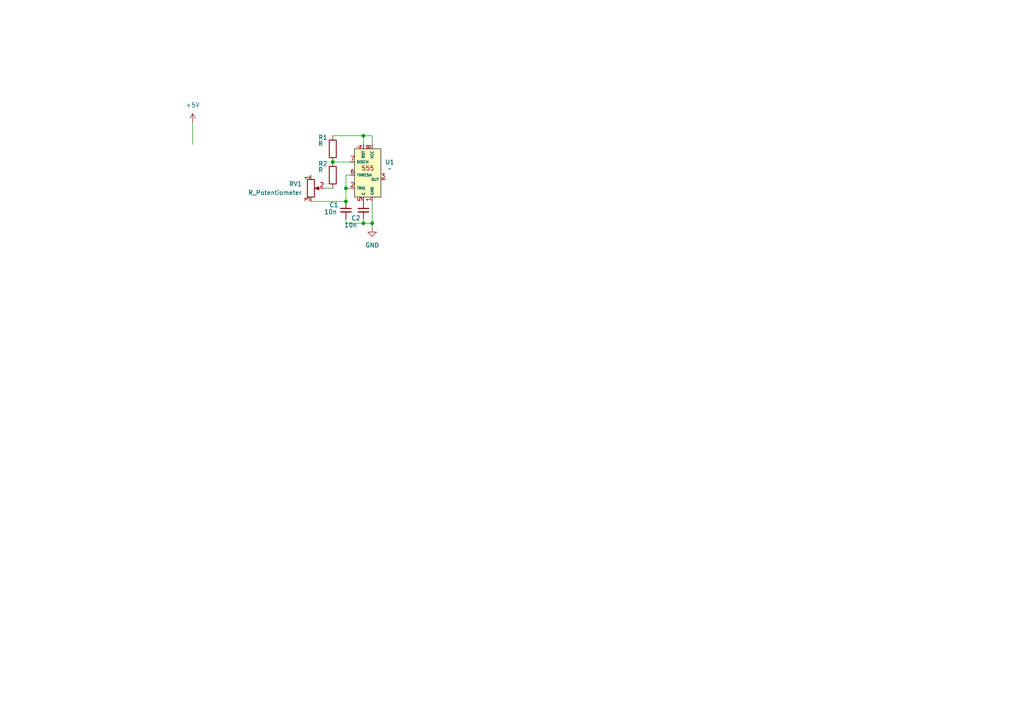
<source format=kicad_sch>
(kicad_sch
	(version 20231120)
	(generator "eeschema")
	(generator_version "8.0")
	(uuid "3a878706-5a60-4dde-8291-ff70b1296b89")
	(paper "A4")
	(lib_symbols
		(symbol "Device:C_Small"
			(pin_numbers hide)
			(pin_names
				(offset 0.254) hide)
			(exclude_from_sim no)
			(in_bom yes)
			(on_board yes)
			(property "Reference" "C"
				(at 0.254 1.778 0)
				(effects
					(font
						(size 1.27 1.27)
					)
					(justify left)
				)
			)
			(property "Value" "C_Small"
				(at 0.254 -2.032 0)
				(effects
					(font
						(size 1.27 1.27)
					)
					(justify left)
				)
			)
			(property "Footprint" ""
				(at 0 0 0)
				(effects
					(font
						(size 1.27 1.27)
					)
					(hide yes)
				)
			)
			(property "Datasheet" "~"
				(at 0 0 0)
				(effects
					(font
						(size 1.27 1.27)
					)
					(hide yes)
				)
			)
			(property "Description" "Unpolarized capacitor, small symbol"
				(at 0 0 0)
				(effects
					(font
						(size 1.27 1.27)
					)
					(hide yes)
				)
			)
			(property "ki_keywords" "capacitor cap"
				(at 0 0 0)
				(effects
					(font
						(size 1.27 1.27)
					)
					(hide yes)
				)
			)
			(property "ki_fp_filters" "C_*"
				(at 0 0 0)
				(effects
					(font
						(size 1.27 1.27)
					)
					(hide yes)
				)
			)
			(symbol "C_Small_0_1"
				(polyline
					(pts
						(xy -1.524 -0.508) (xy 1.524 -0.508)
					)
					(stroke
						(width 0.3302)
						(type default)
					)
					(fill
						(type none)
					)
				)
				(polyline
					(pts
						(xy -1.524 0.508) (xy 1.524 0.508)
					)
					(stroke
						(width 0.3048)
						(type default)
					)
					(fill
						(type none)
					)
				)
			)
			(symbol "C_Small_1_1"
				(pin passive line
					(at 0 2.54 270)
					(length 2.032)
					(name "~"
						(effects
							(font
								(size 1.27 1.27)
							)
						)
					)
					(number "1"
						(effects
							(font
								(size 1.27 1.27)
							)
						)
					)
				)
				(pin passive line
					(at 0 -2.54 90)
					(length 2.032)
					(name "~"
						(effects
							(font
								(size 1.27 1.27)
							)
						)
					)
					(number "2"
						(effects
							(font
								(size 1.27 1.27)
							)
						)
					)
				)
			)
		)
		(symbol "Device:R"
			(pin_numbers hide)
			(pin_names
				(offset 0)
			)
			(exclude_from_sim no)
			(in_bom yes)
			(on_board yes)
			(property "Reference" "R"
				(at 2.032 0 90)
				(effects
					(font
						(size 1.27 1.27)
					)
				)
			)
			(property "Value" "R"
				(at 0 0 90)
				(effects
					(font
						(size 1.27 1.27)
					)
				)
			)
			(property "Footprint" ""
				(at -1.778 0 90)
				(effects
					(font
						(size 1.27 1.27)
					)
					(hide yes)
				)
			)
			(property "Datasheet" "~"
				(at 0 0 0)
				(effects
					(font
						(size 1.27 1.27)
					)
					(hide yes)
				)
			)
			(property "Description" "Resistor"
				(at 0 0 0)
				(effects
					(font
						(size 1.27 1.27)
					)
					(hide yes)
				)
			)
			(property "ki_keywords" "R res resistor"
				(at 0 0 0)
				(effects
					(font
						(size 1.27 1.27)
					)
					(hide yes)
				)
			)
			(property "ki_fp_filters" "R_*"
				(at 0 0 0)
				(effects
					(font
						(size 1.27 1.27)
					)
					(hide yes)
				)
			)
			(symbol "R_0_1"
				(rectangle
					(start -1.016 -2.54)
					(end 1.016 2.54)
					(stroke
						(width 0.254)
						(type default)
					)
					(fill
						(type none)
					)
				)
			)
			(symbol "R_1_1"
				(pin passive line
					(at 0 3.81 270)
					(length 1.27)
					(name "~"
						(effects
							(font
								(size 1.27 1.27)
							)
						)
					)
					(number "1"
						(effects
							(font
								(size 1.27 1.27)
							)
						)
					)
				)
				(pin passive line
					(at 0 -3.81 90)
					(length 1.27)
					(name "~"
						(effects
							(font
								(size 1.27 1.27)
							)
						)
					)
					(number "2"
						(effects
							(font
								(size 1.27 1.27)
							)
						)
					)
				)
			)
		)
		(symbol "Device:R_Potentiometer"
			(pin_names
				(offset 1.016) hide)
			(exclude_from_sim no)
			(in_bom yes)
			(on_board yes)
			(property "Reference" "RV"
				(at -4.445 0 90)
				(effects
					(font
						(size 1.27 1.27)
					)
				)
			)
			(property "Value" "R_Potentiometer"
				(at -2.54 0 90)
				(effects
					(font
						(size 1.27 1.27)
					)
				)
			)
			(property "Footprint" ""
				(at 0 0 0)
				(effects
					(font
						(size 1.27 1.27)
					)
					(hide yes)
				)
			)
			(property "Datasheet" "~"
				(at 0 0 0)
				(effects
					(font
						(size 1.27 1.27)
					)
					(hide yes)
				)
			)
			(property "Description" "Potentiometer"
				(at 0 0 0)
				(effects
					(font
						(size 1.27 1.27)
					)
					(hide yes)
				)
			)
			(property "ki_keywords" "resistor variable"
				(at 0 0 0)
				(effects
					(font
						(size 1.27 1.27)
					)
					(hide yes)
				)
			)
			(property "ki_fp_filters" "Potentiometer*"
				(at 0 0 0)
				(effects
					(font
						(size 1.27 1.27)
					)
					(hide yes)
				)
			)
			(symbol "R_Potentiometer_0_1"
				(polyline
					(pts
						(xy 2.54 0) (xy 1.524 0)
					)
					(stroke
						(width 0)
						(type default)
					)
					(fill
						(type none)
					)
				)
				(polyline
					(pts
						(xy 1.143 0) (xy 2.286 0.508) (xy 2.286 -0.508) (xy 1.143 0)
					)
					(stroke
						(width 0)
						(type default)
					)
					(fill
						(type outline)
					)
				)
				(rectangle
					(start 1.016 2.54)
					(end -1.016 -2.54)
					(stroke
						(width 0.254)
						(type default)
					)
					(fill
						(type none)
					)
				)
			)
			(symbol "R_Potentiometer_1_1"
				(pin passive line
					(at 0 3.81 270)
					(length 1.27)
					(name "1"
						(effects
							(font
								(size 1.27 1.27)
							)
						)
					)
					(number "1"
						(effects
							(font
								(size 1.27 1.27)
							)
						)
					)
				)
				(pin passive line
					(at 3.81 0 180)
					(length 1.27)
					(name "2"
						(effects
							(font
								(size 1.27 1.27)
							)
						)
					)
					(number "2"
						(effects
							(font
								(size 1.27 1.27)
							)
						)
					)
				)
				(pin passive line
					(at 0 -3.81 90)
					(length 1.27)
					(name "3"
						(effects
							(font
								(size 1.27 1.27)
							)
						)
					)
					(number "3"
						(effects
							(font
								(size 1.27 1.27)
							)
						)
					)
				)
			)
		)
		(symbol "clock:NE555P"
			(exclude_from_sim no)
			(in_bom yes)
			(on_board yes)
			(property "Reference" "U"
				(at 2.54 1.016 0)
				(effects
					(font
						(size 1.27 1.27)
					)
				)
			)
			(property "Value" ""
				(at 0 0 0)
				(effects
					(font
						(size 1.27 1.27)
					)
				)
			)
			(property "Footprint" ""
				(at 0 0 0)
				(effects
					(font
						(size 1.27 1.27)
					)
					(hide yes)
				)
			)
			(property "Datasheet" ""
				(at 0 0 0)
				(effects
					(font
						(size 1.27 1.27)
					)
					(hide yes)
				)
			)
			(property "Description" ""
				(at 0 0 0)
				(effects
					(font
						(size 1.27 1.27)
					)
					(hide yes)
				)
			)
			(symbol "NE555P_1_1"
				(rectangle
					(start -5.08 -1.27)
					(end 2.54 -15.24)
					(stroke
						(width 0)
						(type default)
						(color 0 0 0 1)
					)
					(fill
						(type background)
					)
				)
				(text "555"
					(at -1.27 -6.858 0)
					(effects
						(font
							(size 1.27 1.27)
						)
					)
				)
				(pin input line
					(at 0 -16.51 90)
					(length 1.27)
					(name "GND"
						(effects
							(font
								(size 0.762 0.762)
							)
						)
					)
					(number "1"
						(effects
							(font
								(size 1.27 1.27)
							)
						)
					)
				)
				(pin input line
					(at -6.35 -12.7 0)
					(length 1.27)
					(name "TRIG"
						(effects
							(font
								(size 0.762 0.762)
							)
						)
					)
					(number "2"
						(effects
							(font
								(size 1.27 1.27)
							)
						)
					)
				)
				(pin output line
					(at 3.81 -10.16 180)
					(length 1.27)
					(name "OUT"
						(effects
							(font
								(size 0.762 0.762)
							)
						)
					)
					(number "3"
						(effects
							(font
								(size 1.27 1.27)
							)
						)
					)
				)
				(pin input line
					(at -2.54 0 270)
					(length 1.27)
					(name "RST"
						(effects
							(font
								(size 0.762 0.762)
							)
						)
					)
					(number "4"
						(effects
							(font
								(size 1.27 1.27)
							)
						)
					)
				)
				(pin input line
					(at -2.54 -16.51 90)
					(length 1.27)
					(name "C"
						(effects
							(font
								(size 0.762 0.762)
							)
						)
					)
					(number "5"
						(effects
							(font
								(size 1.27 1.27)
							)
						)
					)
				)
				(pin input line
					(at -6.35 -8.89 0)
					(length 1.27)
					(name "THRESH"
						(effects
							(font
								(size 0.762 0.762)
							)
						)
					)
					(number "6"
						(effects
							(font
								(size 1.27 1.27)
							)
						)
					)
				)
				(pin input line
					(at -6.35 -5.08 0)
					(length 1.27)
					(name "DISCH"
						(effects
							(font
								(size 0.762 0.762)
							)
						)
					)
					(number "7"
						(effects
							(font
								(size 1.27 1.27)
							)
						)
					)
				)
				(pin input line
					(at 0 0 270)
					(length 1.27)
					(name "VCC"
						(effects
							(font
								(size 0.762 0.762)
							)
						)
					)
					(number "8"
						(effects
							(font
								(size 1.27 1.27)
							)
						)
					)
				)
			)
		)
		(symbol "power:+5V"
			(power)
			(pin_numbers hide)
			(pin_names
				(offset 0) hide)
			(exclude_from_sim no)
			(in_bom yes)
			(on_board yes)
			(property "Reference" "#PWR"
				(at 0 -3.81 0)
				(effects
					(font
						(size 1.27 1.27)
					)
					(hide yes)
				)
			)
			(property "Value" "+5V"
				(at 0 3.556 0)
				(effects
					(font
						(size 1.27 1.27)
					)
				)
			)
			(property "Footprint" ""
				(at 0 0 0)
				(effects
					(font
						(size 1.27 1.27)
					)
					(hide yes)
				)
			)
			(property "Datasheet" ""
				(at 0 0 0)
				(effects
					(font
						(size 1.27 1.27)
					)
					(hide yes)
				)
			)
			(property "Description" "Power symbol creates a global label with name \"+5V\""
				(at 0 0 0)
				(effects
					(font
						(size 1.27 1.27)
					)
					(hide yes)
				)
			)
			(property "ki_keywords" "global power"
				(at 0 0 0)
				(effects
					(font
						(size 1.27 1.27)
					)
					(hide yes)
				)
			)
			(symbol "+5V_0_1"
				(polyline
					(pts
						(xy -0.762 1.27) (xy 0 2.54)
					)
					(stroke
						(width 0)
						(type default)
					)
					(fill
						(type none)
					)
				)
				(polyline
					(pts
						(xy 0 0) (xy 0 2.54)
					)
					(stroke
						(width 0)
						(type default)
					)
					(fill
						(type none)
					)
				)
				(polyline
					(pts
						(xy 0 2.54) (xy 0.762 1.27)
					)
					(stroke
						(width 0)
						(type default)
					)
					(fill
						(type none)
					)
				)
			)
			(symbol "+5V_1_1"
				(pin power_in line
					(at 0 0 90)
					(length 0)
					(name "~"
						(effects
							(font
								(size 1.27 1.27)
							)
						)
					)
					(number "1"
						(effects
							(font
								(size 1.27 1.27)
							)
						)
					)
				)
			)
		)
		(symbol "power:GND"
			(power)
			(pin_numbers hide)
			(pin_names
				(offset 0) hide)
			(exclude_from_sim no)
			(in_bom yes)
			(on_board yes)
			(property "Reference" "#PWR"
				(at 0 -6.35 0)
				(effects
					(font
						(size 1.27 1.27)
					)
					(hide yes)
				)
			)
			(property "Value" "GND"
				(at 0 -3.81 0)
				(effects
					(font
						(size 1.27 1.27)
					)
				)
			)
			(property "Footprint" ""
				(at 0 0 0)
				(effects
					(font
						(size 1.27 1.27)
					)
					(hide yes)
				)
			)
			(property "Datasheet" ""
				(at 0 0 0)
				(effects
					(font
						(size 1.27 1.27)
					)
					(hide yes)
				)
			)
			(property "Description" "Power symbol creates a global label with name \"GND\" , ground"
				(at 0 0 0)
				(effects
					(font
						(size 1.27 1.27)
					)
					(hide yes)
				)
			)
			(property "ki_keywords" "global power"
				(at 0 0 0)
				(effects
					(font
						(size 1.27 1.27)
					)
					(hide yes)
				)
			)
			(symbol "GND_0_1"
				(polyline
					(pts
						(xy 0 0) (xy 0 -1.27) (xy 1.27 -1.27) (xy 0 -2.54) (xy -1.27 -1.27) (xy 0 -1.27)
					)
					(stroke
						(width 0)
						(type default)
					)
					(fill
						(type none)
					)
				)
			)
			(symbol "GND_1_1"
				(pin power_in line
					(at 0 0 270)
					(length 0)
					(name "~"
						(effects
							(font
								(size 1.27 1.27)
							)
						)
					)
					(number "1"
						(effects
							(font
								(size 1.27 1.27)
							)
						)
					)
				)
			)
		)
	)
	(junction
		(at 105.41 64.77)
		(diameter 0)
		(color 0 0 0 0)
		(uuid "00510cab-4d92-47da-8bef-64dbce4cc96d")
	)
	(junction
		(at 96.52 46.99)
		(diameter 0)
		(color 0 0 0 0)
		(uuid "0c0b2cd3-1ff8-4940-ba04-f5f16b67b841")
	)
	(junction
		(at 105.41 39.37)
		(diameter 0)
		(color 0 0 0 0)
		(uuid "0cf6c7be-41a4-4669-8779-0e6a3fed14e1")
	)
	(junction
		(at 100.33 58.42)
		(diameter 0)
		(color 0 0 0 0)
		(uuid "5882c027-3eae-49bf-a7b2-1e3d74b3f5c6")
	)
	(junction
		(at 107.95 64.77)
		(diameter 0)
		(color 0 0 0 0)
		(uuid "a7997315-50ed-462a-83cf-192e19433dd9")
	)
	(junction
		(at 100.33 54.61)
		(diameter 0)
		(color 0 0 0 0)
		(uuid "bd1d789d-4b9e-46ea-af73-be89e0b0b045")
	)
	(wire
		(pts
			(xy 100.33 54.61) (xy 101.6 54.61)
		)
		(stroke
			(width 0)
			(type default)
		)
		(uuid "130e6a0e-10a3-4d3c-9026-bc06dd5a8433")
	)
	(wire
		(pts
			(xy 101.6 50.8) (xy 100.33 50.8)
		)
		(stroke
			(width 0)
			(type default)
		)
		(uuid "1a917436-fa9c-447d-bbc2-645d762350c2")
	)
	(wire
		(pts
			(xy 93.98 54.61) (xy 96.52 54.61)
		)
		(stroke
			(width 0)
			(type default)
		)
		(uuid "28060532-7a51-4dd4-88a5-81f31a06adc8")
	)
	(wire
		(pts
			(xy 107.95 41.91) (xy 107.95 39.37)
		)
		(stroke
			(width 0)
			(type default)
		)
		(uuid "2807bb7a-8c22-4f19-a9e3-3ae81057bbef")
	)
	(wire
		(pts
			(xy 100.33 64.77) (xy 105.41 64.77)
		)
		(stroke
			(width 0)
			(type default)
		)
		(uuid "41ee4f5a-5cc6-43f3-8d99-602a8a6901bc")
	)
	(wire
		(pts
			(xy 90.17 58.42) (xy 100.33 58.42)
		)
		(stroke
			(width 0)
			(type default)
		)
		(uuid "4eeaad6f-3497-4b73-88ae-a8acfd4aa7ac")
	)
	(wire
		(pts
			(xy 105.41 39.37) (xy 105.41 41.91)
		)
		(stroke
			(width 0)
			(type default)
		)
		(uuid "64c2e6d3-86b1-46ef-8826-00282a192bfd")
	)
	(wire
		(pts
			(xy 107.95 66.04) (xy 107.95 64.77)
		)
		(stroke
			(width 0)
			(type default)
		)
		(uuid "66fcb2d9-b2c7-4b58-8b65-2011fb7f1a5f")
	)
	(wire
		(pts
			(xy 100.33 58.42) (xy 100.33 54.61)
		)
		(stroke
			(width 0)
			(type default)
		)
		(uuid "751de978-6c50-43db-9be1-6081d672eed7")
	)
	(wire
		(pts
			(xy 96.52 46.99) (xy 101.6 46.99)
		)
		(stroke
			(width 0)
			(type default)
		)
		(uuid "7c278491-bf40-4f05-b63b-211fdc53f6ef")
	)
	(wire
		(pts
			(xy 107.95 64.77) (xy 105.41 64.77)
		)
		(stroke
			(width 0)
			(type default)
		)
		(uuid "b4625ee1-e5e2-41ea-9d3c-4cf80a50a529")
	)
	(wire
		(pts
			(xy 55.88 35.56) (xy 55.88 41.91)
		)
		(stroke
			(width 0)
			(type default)
		)
		(uuid "c3a542f9-1e63-4cfa-84ac-c8683d736fca")
	)
	(wire
		(pts
			(xy 100.33 64.77) (xy 100.33 63.5)
		)
		(stroke
			(width 0)
			(type default)
		)
		(uuid "d0da49dc-50b7-4c92-ac09-af2c8410f13b")
	)
	(wire
		(pts
			(xy 105.41 64.77) (xy 105.41 63.5)
		)
		(stroke
			(width 0)
			(type default)
		)
		(uuid "d894b9cd-b768-4f56-b36c-4ce9673d5c74")
	)
	(wire
		(pts
			(xy 96.52 39.37) (xy 105.41 39.37)
		)
		(stroke
			(width 0)
			(type default)
		)
		(uuid "eb86ef86-1a93-4178-93b9-1cc2f3bdb814")
	)
	(wire
		(pts
			(xy 107.95 58.42) (xy 107.95 64.77)
		)
		(stroke
			(width 0)
			(type default)
		)
		(uuid "f2d4be6d-2ba2-40b2-9d84-5a96dde4dd20")
	)
	(wire
		(pts
			(xy 100.33 50.8) (xy 100.33 54.61)
		)
		(stroke
			(width 0)
			(type default)
		)
		(uuid "f518baa1-00a5-434f-b183-eda1ace6d04c")
	)
	(wire
		(pts
			(xy 107.95 39.37) (xy 105.41 39.37)
		)
		(stroke
			(width 0)
			(type default)
		)
		(uuid "f72c850e-1cd4-47ba-9cd2-a5906a2a3518")
	)
	(symbol
		(lib_id "Device:C_Small")
		(at 105.41 60.96 0)
		(unit 1)
		(exclude_from_sim no)
		(in_bom yes)
		(on_board yes)
		(dnp no)
		(uuid "1cf6c0fe-c0c0-4aaa-8110-ccc4279dcb12")
		(property "Reference" "C2"
			(at 101.854 63.246 0)
			(effects
				(font
					(size 1.27 1.27)
				)
				(justify left)
			)
		)
		(property "Value" "10n"
			(at 99.822 65.278 0)
			(effects
				(font
					(size 1.27 1.27)
				)
				(justify left)
			)
		)
		(property "Footprint" ""
			(at 105.41 60.96 0)
			(effects
				(font
					(size 1.27 1.27)
				)
				(hide yes)
			)
		)
		(property "Datasheet" "~"
			(at 105.41 60.96 0)
			(effects
				(font
					(size 1.27 1.27)
				)
				(hide yes)
			)
		)
		(property "Description" "Unpolarized capacitor, small symbol"
			(at 105.41 60.96 0)
			(effects
				(font
					(size 1.27 1.27)
				)
				(hide yes)
			)
		)
		(pin "2"
			(uuid "b8fb9b33-06fb-4f49-b8cb-4f66906831b8")
		)
		(pin "1"
			(uuid "2321510c-7397-4a09-9379-d838ec926c4e")
		)
		(instances
			(project "clock_revA"
				(path "/3a878706-5a60-4dde-8291-ff70b1296b89"
					(reference "C2")
					(unit 1)
				)
			)
		)
	)
	(symbol
		(lib_id "Device:R")
		(at 96.52 43.18 180)
		(unit 1)
		(exclude_from_sim no)
		(in_bom yes)
		(on_board yes)
		(dnp no)
		(uuid "2244e2ca-7355-4c9a-8550-7cfea9d53a4d")
		(property "Reference" "R1"
			(at 94.996 39.878 0)
			(effects
				(font
					(size 1.27 1.27)
				)
				(justify left)
			)
		)
		(property "Value" "R"
			(at 93.726 41.656 0)
			(effects
				(font
					(size 1.27 1.27)
				)
				(justify left)
			)
		)
		(property "Footprint" ""
			(at 98.298 43.18 90)
			(effects
				(font
					(size 1.27 1.27)
				)
				(hide yes)
			)
		)
		(property "Datasheet" "~"
			(at 96.52 43.18 0)
			(effects
				(font
					(size 1.27 1.27)
				)
				(hide yes)
			)
		)
		(property "Description" "Resistor"
			(at 96.52 43.18 0)
			(effects
				(font
					(size 1.27 1.27)
				)
				(hide yes)
			)
		)
		(pin "2"
			(uuid "2d476262-f1e8-46ca-a3e6-ccb67220ab1e")
		)
		(pin "1"
			(uuid "c1251b68-678a-4638-9a73-eca5304d6fa2")
		)
		(instances
			(project ""
				(path "/3a878706-5a60-4dde-8291-ff70b1296b89"
					(reference "R1")
					(unit 1)
				)
			)
		)
	)
	(symbol
		(lib_id "Device:C_Small")
		(at 100.33 60.96 0)
		(unit 1)
		(exclude_from_sim no)
		(in_bom yes)
		(on_board yes)
		(dnp no)
		(uuid "61483ac8-66e4-492f-bbad-a2c8dcc314d4")
		(property "Reference" "C1"
			(at 95.504 59.436 0)
			(effects
				(font
					(size 1.27 1.27)
				)
				(justify left)
			)
		)
		(property "Value" "10n"
			(at 93.98 61.468 0)
			(effects
				(font
					(size 1.27 1.27)
				)
				(justify left)
			)
		)
		(property "Footprint" ""
			(at 100.33 60.96 0)
			(effects
				(font
					(size 1.27 1.27)
				)
				(hide yes)
			)
		)
		(property "Datasheet" "~"
			(at 100.33 60.96 0)
			(effects
				(font
					(size 1.27 1.27)
				)
				(hide yes)
			)
		)
		(property "Description" "Unpolarized capacitor, small symbol"
			(at 100.33 60.96 0)
			(effects
				(font
					(size 1.27 1.27)
				)
				(hide yes)
			)
		)
		(pin "2"
			(uuid "75e68d4a-de97-4adf-800d-f966ae9fa969")
		)
		(pin "1"
			(uuid "acb53fe8-1af9-427f-ab30-8419bf096a8b")
		)
		(instances
			(project ""
				(path "/3a878706-5a60-4dde-8291-ff70b1296b89"
					(reference "C1")
					(unit 1)
				)
			)
		)
	)
	(symbol
		(lib_id "power:GND")
		(at 107.95 66.04 0)
		(unit 1)
		(exclude_from_sim no)
		(in_bom yes)
		(on_board yes)
		(dnp no)
		(fields_autoplaced yes)
		(uuid "647d33b1-272c-4189-a741-f4ddb64fba86")
		(property "Reference" "#PWR02"
			(at 107.95 72.39 0)
			(effects
				(font
					(size 1.27 1.27)
				)
				(hide yes)
			)
		)
		(property "Value" "GND"
			(at 107.95 71.12 0)
			(effects
				(font
					(size 1.27 1.27)
				)
			)
		)
		(property "Footprint" ""
			(at 107.95 66.04 0)
			(effects
				(font
					(size 1.27 1.27)
				)
				(hide yes)
			)
		)
		(property "Datasheet" ""
			(at 107.95 66.04 0)
			(effects
				(font
					(size 1.27 1.27)
				)
				(hide yes)
			)
		)
		(property "Description" "Power symbol creates a global label with name \"GND\" , ground"
			(at 107.95 66.04 0)
			(effects
				(font
					(size 1.27 1.27)
				)
				(hide yes)
			)
		)
		(pin "1"
			(uuid "e3cf5015-7f29-4e4a-bda3-2d7613591678")
		)
		(instances
			(project ""
				(path "/3a878706-5a60-4dde-8291-ff70b1296b89"
					(reference "#PWR02")
					(unit 1)
				)
			)
		)
	)
	(symbol
		(lib_id "clock:NE555P")
		(at 107.95 41.91 0)
		(unit 1)
		(exclude_from_sim no)
		(in_bom yes)
		(on_board yes)
		(dnp no)
		(fields_autoplaced yes)
		(uuid "8449db3a-7bc1-4a7b-a42b-abe55dbd55a1")
		(property "Reference" "U1"
			(at 113.03 47.0214 0)
			(effects
				(font
					(size 1.27 1.27)
				)
			)
		)
		(property "Value" "~"
			(at 113.03 48.9265 0)
			(effects
				(font
					(size 1.27 1.27)
				)
			)
		)
		(property "Footprint" ""
			(at 107.95 41.91 0)
			(effects
				(font
					(size 1.27 1.27)
				)
				(hide yes)
			)
		)
		(property "Datasheet" ""
			(at 107.95 41.91 0)
			(effects
				(font
					(size 1.27 1.27)
				)
				(hide yes)
			)
		)
		(property "Description" ""
			(at 107.95 41.91 0)
			(effects
				(font
					(size 1.27 1.27)
				)
				(hide yes)
			)
		)
		(pin "5"
			(uuid "0e15bce3-3d7d-4113-afcc-a22aa6f21fc3")
		)
		(pin "4"
			(uuid "473400cf-ec32-4fb5-ac3a-57fb07a894c4")
		)
		(pin "8"
			(uuid "8a1bc065-e05f-47a4-bcd6-22bc18c3ea2a")
		)
		(pin "3"
			(uuid "0135dc8e-76d4-4e1b-abb2-87ac1644fc53")
		)
		(pin "6"
			(uuid "0fc56ee6-b81e-46c1-8401-a044cbc832a3")
		)
		(pin "2"
			(uuid "cae0340b-2f4e-41ae-ad13-6c5d702fdbea")
		)
		(pin "7"
			(uuid "f4d76c90-6108-46db-98ca-48b3150fae0a")
		)
		(pin "1"
			(uuid "0d6f796d-1c2b-4584-9d5a-8c0d03bea55b")
		)
		(instances
			(project ""
				(path "/3a878706-5a60-4dde-8291-ff70b1296b89"
					(reference "U1")
					(unit 1)
				)
			)
		)
	)
	(symbol
		(lib_id "Device:R_Potentiometer")
		(at 90.17 54.61 0)
		(unit 1)
		(exclude_from_sim no)
		(in_bom yes)
		(on_board yes)
		(dnp no)
		(fields_autoplaced yes)
		(uuid "91e3283c-12b2-4b41-bbfe-86d22448a096")
		(property "Reference" "RV1"
			(at 87.63 53.3399 0)
			(effects
				(font
					(size 1.27 1.27)
				)
				(justify right)
			)
		)
		(property "Value" "R_Potentiometer"
			(at 87.63 55.8799 0)
			(effects
				(font
					(size 1.27 1.27)
				)
				(justify right)
			)
		)
		(property "Footprint" ""
			(at 90.17 54.61 0)
			(effects
				(font
					(size 1.27 1.27)
				)
				(hide yes)
			)
		)
		(property "Datasheet" "~"
			(at 90.17 54.61 0)
			(effects
				(font
					(size 1.27 1.27)
				)
				(hide yes)
			)
		)
		(property "Description" "Potentiometer"
			(at 90.17 54.61 0)
			(effects
				(font
					(size 1.27 1.27)
				)
				(hide yes)
			)
		)
		(pin "3"
			(uuid "96d45e1e-2080-49ec-9a18-e8541f5c9616")
		)
		(pin "2"
			(uuid "89d70b21-9245-4143-a8e3-27a8684ff4b6")
		)
		(pin "1"
			(uuid "d1a316e7-0599-4e38-9935-bedb85def01f")
		)
		(instances
			(project ""
				(path "/3a878706-5a60-4dde-8291-ff70b1296b89"
					(reference "RV1")
					(unit 1)
				)
			)
		)
	)
	(symbol
		(lib_id "Device:R")
		(at 96.52 50.8 180)
		(unit 1)
		(exclude_from_sim no)
		(in_bom yes)
		(on_board yes)
		(dnp no)
		(uuid "97473627-b1a3-4700-bbf3-2ad14c454bff")
		(property "Reference" "R2"
			(at 94.996 47.498 0)
			(effects
				(font
					(size 1.27 1.27)
				)
				(justify left)
			)
		)
		(property "Value" "R"
			(at 93.726 49.276 0)
			(effects
				(font
					(size 1.27 1.27)
				)
				(justify left)
			)
		)
		(property "Footprint" ""
			(at 98.298 50.8 90)
			(effects
				(font
					(size 1.27 1.27)
				)
				(hide yes)
			)
		)
		(property "Datasheet" "~"
			(at 96.52 50.8 0)
			(effects
				(font
					(size 1.27 1.27)
				)
				(hide yes)
			)
		)
		(property "Description" "Resistor"
			(at 96.52 50.8 0)
			(effects
				(font
					(size 1.27 1.27)
				)
				(hide yes)
			)
		)
		(pin "1"
			(uuid "c4a8c190-8e0a-4251-aea0-fb4a4be92c59")
		)
		(pin "2"
			(uuid "23154ca8-bbd4-4292-8348-26128a13b5da")
		)
		(instances
			(project ""
				(path "/3a878706-5a60-4dde-8291-ff70b1296b89"
					(reference "R2")
					(unit 1)
				)
			)
		)
	)
	(symbol
		(lib_id "power:+5V")
		(at 55.88 35.56 0)
		(unit 1)
		(exclude_from_sim no)
		(in_bom yes)
		(on_board yes)
		(dnp no)
		(fields_autoplaced yes)
		(uuid "df5fe10a-ed71-470e-843e-5e2d5785bc6e")
		(property "Reference" "#PWR01"
			(at 55.88 39.37 0)
			(effects
				(font
					(size 1.27 1.27)
				)
				(hide yes)
			)
		)
		(property "Value" "+5V"
			(at 55.88 30.48 0)
			(effects
				(font
					(size 1.27 1.27)
				)
			)
		)
		(property "Footprint" ""
			(at 55.88 35.56 0)
			(effects
				(font
					(size 1.27 1.27)
				)
				(hide yes)
			)
		)
		(property "Datasheet" ""
			(at 55.88 35.56 0)
			(effects
				(font
					(size 1.27 1.27)
				)
				(hide yes)
			)
		)
		(property "Description" "Power symbol creates a global label with name \"+5V\""
			(at 55.88 35.56 0)
			(effects
				(font
					(size 1.27 1.27)
				)
				(hide yes)
			)
		)
		(pin "1"
			(uuid "d60718e6-7c32-4995-8e80-594c8c2114ba")
		)
		(instances
			(project ""
				(path "/3a878706-5a60-4dde-8291-ff70b1296b89"
					(reference "#PWR01")
					(unit 1)
				)
			)
		)
	)
	(sheet_instances
		(path "/"
			(page "1")
		)
	)
)

</source>
